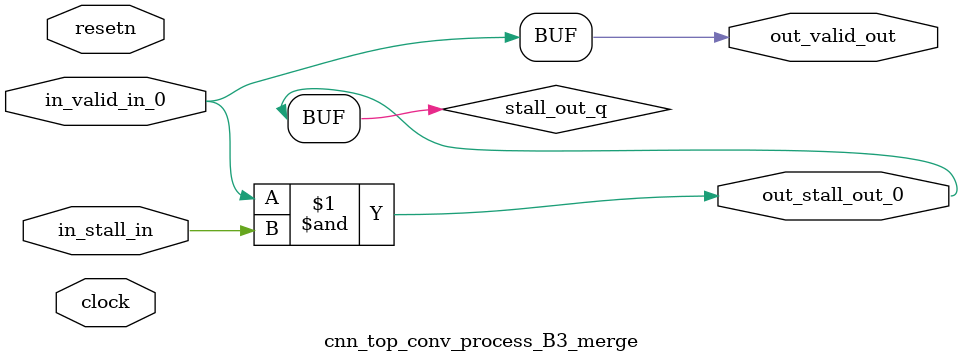
<source format=sv>



(* altera_attribute = "-name AUTO_SHIFT_REGISTER_RECOGNITION OFF; -name MESSAGE_DISABLE 10036; -name MESSAGE_DISABLE 10037; -name MESSAGE_DISABLE 14130; -name MESSAGE_DISABLE 14320; -name MESSAGE_DISABLE 15400; -name MESSAGE_DISABLE 14130; -name MESSAGE_DISABLE 10036; -name MESSAGE_DISABLE 12020; -name MESSAGE_DISABLE 12030; -name MESSAGE_DISABLE 12010; -name MESSAGE_DISABLE 12110; -name MESSAGE_DISABLE 14320; -name MESSAGE_DISABLE 13410; -name MESSAGE_DISABLE 113007; -name MESSAGE_DISABLE 10958" *)
module cnn_top_conv_process_B3_merge (
    input wire [0:0] in_stall_in,
    input wire [0:0] in_valid_in_0,
    output wire [0:0] out_stall_out_0,
    output wire [0:0] out_valid_out,
    input wire clock,
    input wire resetn
    );

    wire [0:0] stall_out_q;


    // stall_out(LOGICAL,6)
    assign stall_out_q = in_valid_in_0 & in_stall_in;

    // out_stall_out_0(GPOUT,4)
    assign out_stall_out_0 = stall_out_q;

    // out_valid_out(GPOUT,5)
    assign out_valid_out = in_valid_in_0;

endmodule

</source>
